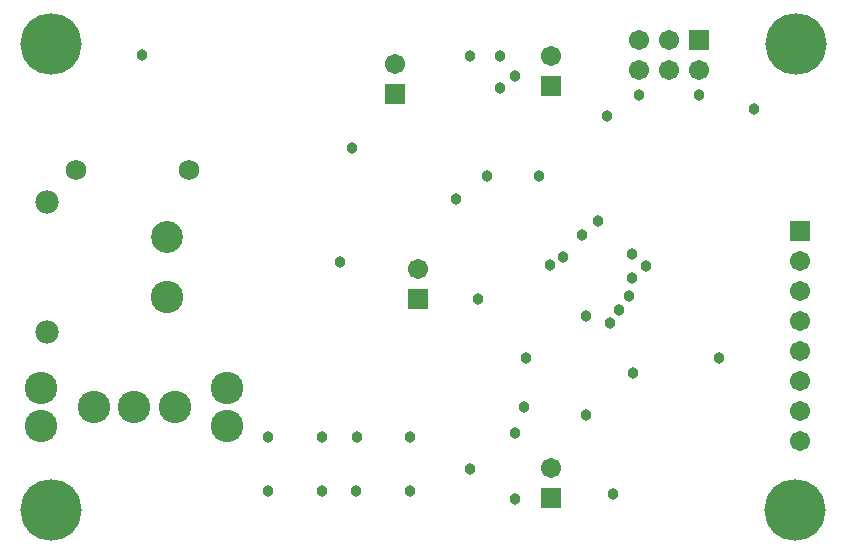
<source format=gbs>
G04*
G04 #@! TF.GenerationSoftware,Altium Limited,Altium Designer,19.0.12 (326)*
G04*
G04 Layer_Color=16711935*
%FSLAX25Y25*%
%MOIN*%
G70*
G01*
G75*
%ADD50C,0.10800*%
%ADD51C,0.10642*%
%ADD52C,0.07800*%
%ADD53C,0.20485*%
%ADD54R,0.06706X0.06706*%
%ADD55C,0.06706*%
%ADD56C,0.06902*%
%ADD57R,0.06706X0.06706*%
%ADD58C,0.03800*%
D50*
X40510Y47000D02*
D03*
X27010D02*
D03*
X54010D02*
D03*
X9510Y40750D02*
D03*
Y53250D02*
D03*
X71510Y40750D02*
D03*
Y53250D02*
D03*
X51510Y83733D02*
D03*
D51*
Y103733D02*
D03*
D52*
X11510Y72079D02*
D03*
Y115386D02*
D03*
D53*
X260943Y168236D02*
D03*
X12715D02*
D03*
Y12724D02*
D03*
X260746D02*
D03*
D54*
X127510Y151500D02*
D03*
X179510Y16721D02*
D03*
Y154000D02*
D03*
X135010Y82941D02*
D03*
X262510Y105648D02*
D03*
D55*
X127510Y161500D02*
D03*
X179510Y26720D02*
D03*
Y164000D02*
D03*
X228642Y159303D02*
D03*
X218642Y169303D02*
D03*
Y159303D02*
D03*
X208642Y169303D02*
D03*
Y159303D02*
D03*
X135010Y92941D02*
D03*
X262510Y95648D02*
D03*
Y85648D02*
D03*
Y75648D02*
D03*
Y65648D02*
D03*
Y55648D02*
D03*
Y45648D02*
D03*
Y35648D02*
D03*
D56*
X21230Y126000D02*
D03*
X58789D02*
D03*
D57*
X228642Y169303D02*
D03*
D58*
X247010Y146500D02*
D03*
X228642Y151000D02*
D03*
X109010Y95500D02*
D03*
X147708Y116281D02*
D03*
X206282Y98000D02*
D03*
X206904Y58500D02*
D03*
X235510Y63500D02*
D03*
X189596Y104500D02*
D03*
X199010Y75000D02*
D03*
X113010Y133500D02*
D03*
X43010Y164500D02*
D03*
X205510Y84000D02*
D03*
X206510Y90000D02*
D03*
X211010Y94000D02*
D03*
X132510Y19000D02*
D03*
Y37000D02*
D03*
X85010D02*
D03*
Y19000D02*
D03*
X103010Y37000D02*
D03*
Y19000D02*
D03*
X114660Y37000D02*
D03*
X114510Y19000D02*
D03*
X158010Y124000D02*
D03*
X175510D02*
D03*
X170510Y47000D02*
D03*
X191010Y44374D02*
D03*
X198010Y144000D02*
D03*
X208642Y151000D02*
D03*
X202010Y79500D02*
D03*
X179010Y94500D02*
D03*
X191010Y77500D02*
D03*
X162510Y164209D02*
D03*
X183501Y97101D02*
D03*
X167510Y157500D02*
D03*
X195010Y109000D02*
D03*
X167510Y16500D02*
D03*
Y38500D02*
D03*
X171010Y63500D02*
D03*
X162510Y153500D02*
D03*
X152510Y164000D02*
D03*
X155010Y82941D02*
D03*
X200010Y17941D02*
D03*
X152510Y26500D02*
D03*
M02*

</source>
